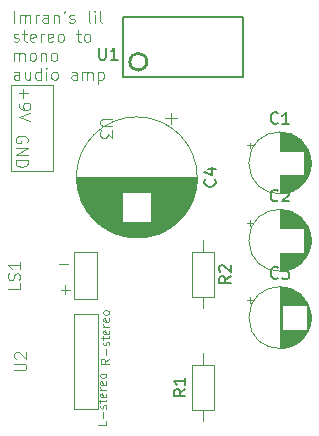
<source format=gbr>
%TF.GenerationSoftware,KiCad,Pcbnew,9.0.6*%
%TF.CreationDate,2025-12-11T22:01:46+06:00*%
%TF.ProjectId,low power audio amp,6c6f7720-706f-4776-9572-20617564696f,rev?*%
%TF.SameCoordinates,Original*%
%TF.FileFunction,Legend,Top*%
%TF.FilePolarity,Positive*%
%FSLAX46Y46*%
G04 Gerber Fmt 4.6, Leading zero omitted, Abs format (unit mm)*
G04 Created by KiCad (PCBNEW 9.0.6) date 2025-12-11 22:01:46*
%MOMM*%
%LPD*%
G01*
G04 APERTURE LIST*
%ADD10C,0.100000*%
%ADD11C,0.087500*%
%ADD12C,0.150000*%
%ADD13C,0.203200*%
%ADD14C,0.254000*%
%ADD15C,0.120000*%
G04 APERTURE END LIST*
D10*
X60120884Y-74167466D02*
X60882789Y-74167466D01*
X60501836Y-74548419D02*
X60501836Y-73786514D01*
X56183884Y-51557587D02*
X56183884Y-50557587D01*
X56660074Y-51557587D02*
X56660074Y-50890920D01*
X56660074Y-50986158D02*
X56707693Y-50938539D01*
X56707693Y-50938539D02*
X56802931Y-50890920D01*
X56802931Y-50890920D02*
X56945788Y-50890920D01*
X56945788Y-50890920D02*
X57041026Y-50938539D01*
X57041026Y-50938539D02*
X57088645Y-51033777D01*
X57088645Y-51033777D02*
X57088645Y-51557587D01*
X57088645Y-51033777D02*
X57136264Y-50938539D01*
X57136264Y-50938539D02*
X57231502Y-50890920D01*
X57231502Y-50890920D02*
X57374359Y-50890920D01*
X57374359Y-50890920D02*
X57469598Y-50938539D01*
X57469598Y-50938539D02*
X57517217Y-51033777D01*
X57517217Y-51033777D02*
X57517217Y-51557587D01*
X57993407Y-51557587D02*
X57993407Y-50890920D01*
X57993407Y-51081396D02*
X58041026Y-50986158D01*
X58041026Y-50986158D02*
X58088645Y-50938539D01*
X58088645Y-50938539D02*
X58183883Y-50890920D01*
X58183883Y-50890920D02*
X58279121Y-50890920D01*
X59041026Y-51557587D02*
X59041026Y-51033777D01*
X59041026Y-51033777D02*
X58993407Y-50938539D01*
X58993407Y-50938539D02*
X58898169Y-50890920D01*
X58898169Y-50890920D02*
X58707693Y-50890920D01*
X58707693Y-50890920D02*
X58612455Y-50938539D01*
X59041026Y-51509968D02*
X58945788Y-51557587D01*
X58945788Y-51557587D02*
X58707693Y-51557587D01*
X58707693Y-51557587D02*
X58612455Y-51509968D01*
X58612455Y-51509968D02*
X58564836Y-51414729D01*
X58564836Y-51414729D02*
X58564836Y-51319491D01*
X58564836Y-51319491D02*
X58612455Y-51224253D01*
X58612455Y-51224253D02*
X58707693Y-51176634D01*
X58707693Y-51176634D02*
X58945788Y-51176634D01*
X58945788Y-51176634D02*
X59041026Y-51129015D01*
X59517217Y-50890920D02*
X59517217Y-51557587D01*
X59517217Y-50986158D02*
X59564836Y-50938539D01*
X59564836Y-50938539D02*
X59660074Y-50890920D01*
X59660074Y-50890920D02*
X59802931Y-50890920D01*
X59802931Y-50890920D02*
X59898169Y-50938539D01*
X59898169Y-50938539D02*
X59945788Y-51033777D01*
X59945788Y-51033777D02*
X59945788Y-51557587D01*
X60469598Y-50557587D02*
X60374360Y-50748063D01*
X60850550Y-51509968D02*
X60945788Y-51557587D01*
X60945788Y-51557587D02*
X61136264Y-51557587D01*
X61136264Y-51557587D02*
X61231502Y-51509968D01*
X61231502Y-51509968D02*
X61279121Y-51414729D01*
X61279121Y-51414729D02*
X61279121Y-51367110D01*
X61279121Y-51367110D02*
X61231502Y-51271872D01*
X61231502Y-51271872D02*
X61136264Y-51224253D01*
X61136264Y-51224253D02*
X60993407Y-51224253D01*
X60993407Y-51224253D02*
X60898169Y-51176634D01*
X60898169Y-51176634D02*
X60850550Y-51081396D01*
X60850550Y-51081396D02*
X60850550Y-51033777D01*
X60850550Y-51033777D02*
X60898169Y-50938539D01*
X60898169Y-50938539D02*
X60993407Y-50890920D01*
X60993407Y-50890920D02*
X61136264Y-50890920D01*
X61136264Y-50890920D02*
X61231502Y-50938539D01*
X62612455Y-51557587D02*
X62517217Y-51509968D01*
X62517217Y-51509968D02*
X62469598Y-51414729D01*
X62469598Y-51414729D02*
X62469598Y-50557587D01*
X62993408Y-51557587D02*
X62993408Y-50890920D01*
X62993408Y-50557587D02*
X62945789Y-50605206D01*
X62945789Y-50605206D02*
X62993408Y-50652825D01*
X62993408Y-50652825D02*
X63041027Y-50605206D01*
X63041027Y-50605206D02*
X62993408Y-50557587D01*
X62993408Y-50557587D02*
X62993408Y-50652825D01*
X63612455Y-51557587D02*
X63517217Y-51509968D01*
X63517217Y-51509968D02*
X63469598Y-51414729D01*
X63469598Y-51414729D02*
X63469598Y-50557587D01*
X56136265Y-53119912D02*
X56231503Y-53167531D01*
X56231503Y-53167531D02*
X56421979Y-53167531D01*
X56421979Y-53167531D02*
X56517217Y-53119912D01*
X56517217Y-53119912D02*
X56564836Y-53024673D01*
X56564836Y-53024673D02*
X56564836Y-52977054D01*
X56564836Y-52977054D02*
X56517217Y-52881816D01*
X56517217Y-52881816D02*
X56421979Y-52834197D01*
X56421979Y-52834197D02*
X56279122Y-52834197D01*
X56279122Y-52834197D02*
X56183884Y-52786578D01*
X56183884Y-52786578D02*
X56136265Y-52691340D01*
X56136265Y-52691340D02*
X56136265Y-52643721D01*
X56136265Y-52643721D02*
X56183884Y-52548483D01*
X56183884Y-52548483D02*
X56279122Y-52500864D01*
X56279122Y-52500864D02*
X56421979Y-52500864D01*
X56421979Y-52500864D02*
X56517217Y-52548483D01*
X56850551Y-52500864D02*
X57231503Y-52500864D01*
X56993408Y-52167531D02*
X56993408Y-53024673D01*
X56993408Y-53024673D02*
X57041027Y-53119912D01*
X57041027Y-53119912D02*
X57136265Y-53167531D01*
X57136265Y-53167531D02*
X57231503Y-53167531D01*
X57945789Y-53119912D02*
X57850551Y-53167531D01*
X57850551Y-53167531D02*
X57660075Y-53167531D01*
X57660075Y-53167531D02*
X57564837Y-53119912D01*
X57564837Y-53119912D02*
X57517218Y-53024673D01*
X57517218Y-53024673D02*
X57517218Y-52643721D01*
X57517218Y-52643721D02*
X57564837Y-52548483D01*
X57564837Y-52548483D02*
X57660075Y-52500864D01*
X57660075Y-52500864D02*
X57850551Y-52500864D01*
X57850551Y-52500864D02*
X57945789Y-52548483D01*
X57945789Y-52548483D02*
X57993408Y-52643721D01*
X57993408Y-52643721D02*
X57993408Y-52738959D01*
X57993408Y-52738959D02*
X57517218Y-52834197D01*
X58421980Y-53167531D02*
X58421980Y-52500864D01*
X58421980Y-52691340D02*
X58469599Y-52596102D01*
X58469599Y-52596102D02*
X58517218Y-52548483D01*
X58517218Y-52548483D02*
X58612456Y-52500864D01*
X58612456Y-52500864D02*
X58707694Y-52500864D01*
X59421980Y-53119912D02*
X59326742Y-53167531D01*
X59326742Y-53167531D02*
X59136266Y-53167531D01*
X59136266Y-53167531D02*
X59041028Y-53119912D01*
X59041028Y-53119912D02*
X58993409Y-53024673D01*
X58993409Y-53024673D02*
X58993409Y-52643721D01*
X58993409Y-52643721D02*
X59041028Y-52548483D01*
X59041028Y-52548483D02*
X59136266Y-52500864D01*
X59136266Y-52500864D02*
X59326742Y-52500864D01*
X59326742Y-52500864D02*
X59421980Y-52548483D01*
X59421980Y-52548483D02*
X59469599Y-52643721D01*
X59469599Y-52643721D02*
X59469599Y-52738959D01*
X59469599Y-52738959D02*
X58993409Y-52834197D01*
X60041028Y-53167531D02*
X59945790Y-53119912D01*
X59945790Y-53119912D02*
X59898171Y-53072292D01*
X59898171Y-53072292D02*
X59850552Y-52977054D01*
X59850552Y-52977054D02*
X59850552Y-52691340D01*
X59850552Y-52691340D02*
X59898171Y-52596102D01*
X59898171Y-52596102D02*
X59945790Y-52548483D01*
X59945790Y-52548483D02*
X60041028Y-52500864D01*
X60041028Y-52500864D02*
X60183885Y-52500864D01*
X60183885Y-52500864D02*
X60279123Y-52548483D01*
X60279123Y-52548483D02*
X60326742Y-52596102D01*
X60326742Y-52596102D02*
X60374361Y-52691340D01*
X60374361Y-52691340D02*
X60374361Y-52977054D01*
X60374361Y-52977054D02*
X60326742Y-53072292D01*
X60326742Y-53072292D02*
X60279123Y-53119912D01*
X60279123Y-53119912D02*
X60183885Y-53167531D01*
X60183885Y-53167531D02*
X60041028Y-53167531D01*
X61421981Y-52500864D02*
X61802933Y-52500864D01*
X61564838Y-52167531D02*
X61564838Y-53024673D01*
X61564838Y-53024673D02*
X61612457Y-53119912D01*
X61612457Y-53119912D02*
X61707695Y-53167531D01*
X61707695Y-53167531D02*
X61802933Y-53167531D01*
X62279124Y-53167531D02*
X62183886Y-53119912D01*
X62183886Y-53119912D02*
X62136267Y-53072292D01*
X62136267Y-53072292D02*
X62088648Y-52977054D01*
X62088648Y-52977054D02*
X62088648Y-52691340D01*
X62088648Y-52691340D02*
X62136267Y-52596102D01*
X62136267Y-52596102D02*
X62183886Y-52548483D01*
X62183886Y-52548483D02*
X62279124Y-52500864D01*
X62279124Y-52500864D02*
X62421981Y-52500864D01*
X62421981Y-52500864D02*
X62517219Y-52548483D01*
X62517219Y-52548483D02*
X62564838Y-52596102D01*
X62564838Y-52596102D02*
X62612457Y-52691340D01*
X62612457Y-52691340D02*
X62612457Y-52977054D01*
X62612457Y-52977054D02*
X62564838Y-53072292D01*
X62564838Y-53072292D02*
X62517219Y-53119912D01*
X62517219Y-53119912D02*
X62421981Y-53167531D01*
X62421981Y-53167531D02*
X62279124Y-53167531D01*
X56183884Y-54777475D02*
X56183884Y-54110808D01*
X56183884Y-54206046D02*
X56231503Y-54158427D01*
X56231503Y-54158427D02*
X56326741Y-54110808D01*
X56326741Y-54110808D02*
X56469598Y-54110808D01*
X56469598Y-54110808D02*
X56564836Y-54158427D01*
X56564836Y-54158427D02*
X56612455Y-54253665D01*
X56612455Y-54253665D02*
X56612455Y-54777475D01*
X56612455Y-54253665D02*
X56660074Y-54158427D01*
X56660074Y-54158427D02*
X56755312Y-54110808D01*
X56755312Y-54110808D02*
X56898169Y-54110808D01*
X56898169Y-54110808D02*
X56993408Y-54158427D01*
X56993408Y-54158427D02*
X57041027Y-54253665D01*
X57041027Y-54253665D02*
X57041027Y-54777475D01*
X57660074Y-54777475D02*
X57564836Y-54729856D01*
X57564836Y-54729856D02*
X57517217Y-54682236D01*
X57517217Y-54682236D02*
X57469598Y-54586998D01*
X57469598Y-54586998D02*
X57469598Y-54301284D01*
X57469598Y-54301284D02*
X57517217Y-54206046D01*
X57517217Y-54206046D02*
X57564836Y-54158427D01*
X57564836Y-54158427D02*
X57660074Y-54110808D01*
X57660074Y-54110808D02*
X57802931Y-54110808D01*
X57802931Y-54110808D02*
X57898169Y-54158427D01*
X57898169Y-54158427D02*
X57945788Y-54206046D01*
X57945788Y-54206046D02*
X57993407Y-54301284D01*
X57993407Y-54301284D02*
X57993407Y-54586998D01*
X57993407Y-54586998D02*
X57945788Y-54682236D01*
X57945788Y-54682236D02*
X57898169Y-54729856D01*
X57898169Y-54729856D02*
X57802931Y-54777475D01*
X57802931Y-54777475D02*
X57660074Y-54777475D01*
X58421979Y-54110808D02*
X58421979Y-54777475D01*
X58421979Y-54206046D02*
X58469598Y-54158427D01*
X58469598Y-54158427D02*
X58564836Y-54110808D01*
X58564836Y-54110808D02*
X58707693Y-54110808D01*
X58707693Y-54110808D02*
X58802931Y-54158427D01*
X58802931Y-54158427D02*
X58850550Y-54253665D01*
X58850550Y-54253665D02*
X58850550Y-54777475D01*
X59469598Y-54777475D02*
X59374360Y-54729856D01*
X59374360Y-54729856D02*
X59326741Y-54682236D01*
X59326741Y-54682236D02*
X59279122Y-54586998D01*
X59279122Y-54586998D02*
X59279122Y-54301284D01*
X59279122Y-54301284D02*
X59326741Y-54206046D01*
X59326741Y-54206046D02*
X59374360Y-54158427D01*
X59374360Y-54158427D02*
X59469598Y-54110808D01*
X59469598Y-54110808D02*
X59612455Y-54110808D01*
X59612455Y-54110808D02*
X59707693Y-54158427D01*
X59707693Y-54158427D02*
X59755312Y-54206046D01*
X59755312Y-54206046D02*
X59802931Y-54301284D01*
X59802931Y-54301284D02*
X59802931Y-54586998D01*
X59802931Y-54586998D02*
X59755312Y-54682236D01*
X59755312Y-54682236D02*
X59707693Y-54729856D01*
X59707693Y-54729856D02*
X59612455Y-54777475D01*
X59612455Y-54777475D02*
X59469598Y-54777475D01*
X56612455Y-56387419D02*
X56612455Y-55863609D01*
X56612455Y-55863609D02*
X56564836Y-55768371D01*
X56564836Y-55768371D02*
X56469598Y-55720752D01*
X56469598Y-55720752D02*
X56279122Y-55720752D01*
X56279122Y-55720752D02*
X56183884Y-55768371D01*
X56612455Y-56339800D02*
X56517217Y-56387419D01*
X56517217Y-56387419D02*
X56279122Y-56387419D01*
X56279122Y-56387419D02*
X56183884Y-56339800D01*
X56183884Y-56339800D02*
X56136265Y-56244561D01*
X56136265Y-56244561D02*
X56136265Y-56149323D01*
X56136265Y-56149323D02*
X56183884Y-56054085D01*
X56183884Y-56054085D02*
X56279122Y-56006466D01*
X56279122Y-56006466D02*
X56517217Y-56006466D01*
X56517217Y-56006466D02*
X56612455Y-55958847D01*
X57517217Y-55720752D02*
X57517217Y-56387419D01*
X57088646Y-55720752D02*
X57088646Y-56244561D01*
X57088646Y-56244561D02*
X57136265Y-56339800D01*
X57136265Y-56339800D02*
X57231503Y-56387419D01*
X57231503Y-56387419D02*
X57374360Y-56387419D01*
X57374360Y-56387419D02*
X57469598Y-56339800D01*
X57469598Y-56339800D02*
X57517217Y-56292180D01*
X58421979Y-56387419D02*
X58421979Y-55387419D01*
X58421979Y-56339800D02*
X58326741Y-56387419D01*
X58326741Y-56387419D02*
X58136265Y-56387419D01*
X58136265Y-56387419D02*
X58041027Y-56339800D01*
X58041027Y-56339800D02*
X57993408Y-56292180D01*
X57993408Y-56292180D02*
X57945789Y-56196942D01*
X57945789Y-56196942D02*
X57945789Y-55911228D01*
X57945789Y-55911228D02*
X57993408Y-55815990D01*
X57993408Y-55815990D02*
X58041027Y-55768371D01*
X58041027Y-55768371D02*
X58136265Y-55720752D01*
X58136265Y-55720752D02*
X58326741Y-55720752D01*
X58326741Y-55720752D02*
X58421979Y-55768371D01*
X58898170Y-56387419D02*
X58898170Y-55720752D01*
X58898170Y-55387419D02*
X58850551Y-55435038D01*
X58850551Y-55435038D02*
X58898170Y-55482657D01*
X58898170Y-55482657D02*
X58945789Y-55435038D01*
X58945789Y-55435038D02*
X58898170Y-55387419D01*
X58898170Y-55387419D02*
X58898170Y-55482657D01*
X59517217Y-56387419D02*
X59421979Y-56339800D01*
X59421979Y-56339800D02*
X59374360Y-56292180D01*
X59374360Y-56292180D02*
X59326741Y-56196942D01*
X59326741Y-56196942D02*
X59326741Y-55911228D01*
X59326741Y-55911228D02*
X59374360Y-55815990D01*
X59374360Y-55815990D02*
X59421979Y-55768371D01*
X59421979Y-55768371D02*
X59517217Y-55720752D01*
X59517217Y-55720752D02*
X59660074Y-55720752D01*
X59660074Y-55720752D02*
X59755312Y-55768371D01*
X59755312Y-55768371D02*
X59802931Y-55815990D01*
X59802931Y-55815990D02*
X59850550Y-55911228D01*
X59850550Y-55911228D02*
X59850550Y-56196942D01*
X59850550Y-56196942D02*
X59802931Y-56292180D01*
X59802931Y-56292180D02*
X59755312Y-56339800D01*
X59755312Y-56339800D02*
X59660074Y-56387419D01*
X59660074Y-56387419D02*
X59517217Y-56387419D01*
X61469598Y-56387419D02*
X61469598Y-55863609D01*
X61469598Y-55863609D02*
X61421979Y-55768371D01*
X61421979Y-55768371D02*
X61326741Y-55720752D01*
X61326741Y-55720752D02*
X61136265Y-55720752D01*
X61136265Y-55720752D02*
X61041027Y-55768371D01*
X61469598Y-56339800D02*
X61374360Y-56387419D01*
X61374360Y-56387419D02*
X61136265Y-56387419D01*
X61136265Y-56387419D02*
X61041027Y-56339800D01*
X61041027Y-56339800D02*
X60993408Y-56244561D01*
X60993408Y-56244561D02*
X60993408Y-56149323D01*
X60993408Y-56149323D02*
X61041027Y-56054085D01*
X61041027Y-56054085D02*
X61136265Y-56006466D01*
X61136265Y-56006466D02*
X61374360Y-56006466D01*
X61374360Y-56006466D02*
X61469598Y-55958847D01*
X61945789Y-56387419D02*
X61945789Y-55720752D01*
X61945789Y-55815990D02*
X61993408Y-55768371D01*
X61993408Y-55768371D02*
X62088646Y-55720752D01*
X62088646Y-55720752D02*
X62231503Y-55720752D01*
X62231503Y-55720752D02*
X62326741Y-55768371D01*
X62326741Y-55768371D02*
X62374360Y-55863609D01*
X62374360Y-55863609D02*
X62374360Y-56387419D01*
X62374360Y-55863609D02*
X62421979Y-55768371D01*
X62421979Y-55768371D02*
X62517217Y-55720752D01*
X62517217Y-55720752D02*
X62660074Y-55720752D01*
X62660074Y-55720752D02*
X62755313Y-55768371D01*
X62755313Y-55768371D02*
X62802932Y-55863609D01*
X62802932Y-55863609D02*
X62802932Y-56387419D01*
X63279122Y-55720752D02*
X63279122Y-56720752D01*
X63279122Y-55768371D02*
X63374360Y-55720752D01*
X63374360Y-55720752D02*
X63564836Y-55720752D01*
X63564836Y-55720752D02*
X63660074Y-55768371D01*
X63660074Y-55768371D02*
X63707693Y-55815990D01*
X63707693Y-55815990D02*
X63755312Y-55911228D01*
X63755312Y-55911228D02*
X63755312Y-56196942D01*
X63755312Y-56196942D02*
X63707693Y-56292180D01*
X63707693Y-56292180D02*
X63660074Y-56339800D01*
X63660074Y-56339800D02*
X63564836Y-56387419D01*
X63564836Y-56387419D02*
X63374360Y-56387419D01*
X63374360Y-56387419D02*
X63279122Y-56339800D01*
X59993884Y-72008466D02*
X60755789Y-72008466D01*
D11*
X64187822Y-80020768D02*
X63854489Y-80254101D01*
X64187822Y-80420768D02*
X63487822Y-80420768D01*
X63487822Y-80420768D02*
X63487822Y-80154101D01*
X63487822Y-80154101D02*
X63521155Y-80087435D01*
X63521155Y-80087435D02*
X63554489Y-80054101D01*
X63554489Y-80054101D02*
X63621155Y-80020768D01*
X63621155Y-80020768D02*
X63721155Y-80020768D01*
X63721155Y-80020768D02*
X63787822Y-80054101D01*
X63787822Y-80054101D02*
X63821155Y-80087435D01*
X63821155Y-80087435D02*
X63854489Y-80154101D01*
X63854489Y-80154101D02*
X63854489Y-80420768D01*
X63921155Y-79720768D02*
X63921155Y-79187435D01*
X64154489Y-78887434D02*
X64187822Y-78820768D01*
X64187822Y-78820768D02*
X64187822Y-78687434D01*
X64187822Y-78687434D02*
X64154489Y-78620768D01*
X64154489Y-78620768D02*
X64087822Y-78587434D01*
X64087822Y-78587434D02*
X64054489Y-78587434D01*
X64054489Y-78587434D02*
X63987822Y-78620768D01*
X63987822Y-78620768D02*
X63954489Y-78687434D01*
X63954489Y-78687434D02*
X63954489Y-78787434D01*
X63954489Y-78787434D02*
X63921155Y-78854101D01*
X63921155Y-78854101D02*
X63854489Y-78887434D01*
X63854489Y-78887434D02*
X63821155Y-78887434D01*
X63821155Y-78887434D02*
X63754489Y-78854101D01*
X63754489Y-78854101D02*
X63721155Y-78787434D01*
X63721155Y-78787434D02*
X63721155Y-78687434D01*
X63721155Y-78687434D02*
X63754489Y-78620768D01*
X63721155Y-78387434D02*
X63721155Y-78120767D01*
X63487822Y-78287434D02*
X64087822Y-78287434D01*
X64087822Y-78287434D02*
X64154489Y-78254101D01*
X64154489Y-78254101D02*
X64187822Y-78187434D01*
X64187822Y-78187434D02*
X64187822Y-78120767D01*
X64154489Y-77620767D02*
X64187822Y-77687434D01*
X64187822Y-77687434D02*
X64187822Y-77820767D01*
X64187822Y-77820767D02*
X64154489Y-77887434D01*
X64154489Y-77887434D02*
X64087822Y-77920767D01*
X64087822Y-77920767D02*
X63821155Y-77920767D01*
X63821155Y-77920767D02*
X63754489Y-77887434D01*
X63754489Y-77887434D02*
X63721155Y-77820767D01*
X63721155Y-77820767D02*
X63721155Y-77687434D01*
X63721155Y-77687434D02*
X63754489Y-77620767D01*
X63754489Y-77620767D02*
X63821155Y-77587434D01*
X63821155Y-77587434D02*
X63887822Y-77587434D01*
X63887822Y-77587434D02*
X63954489Y-77920767D01*
X64187822Y-77287434D02*
X63721155Y-77287434D01*
X63854489Y-77287434D02*
X63787822Y-77254101D01*
X63787822Y-77254101D02*
X63754489Y-77220767D01*
X63754489Y-77220767D02*
X63721155Y-77154101D01*
X63721155Y-77154101D02*
X63721155Y-77087434D01*
X64154489Y-76587434D02*
X64187822Y-76654101D01*
X64187822Y-76654101D02*
X64187822Y-76787434D01*
X64187822Y-76787434D02*
X64154489Y-76854101D01*
X64154489Y-76854101D02*
X64087822Y-76887434D01*
X64087822Y-76887434D02*
X63821155Y-76887434D01*
X63821155Y-76887434D02*
X63754489Y-76854101D01*
X63754489Y-76854101D02*
X63721155Y-76787434D01*
X63721155Y-76787434D02*
X63721155Y-76654101D01*
X63721155Y-76654101D02*
X63754489Y-76587434D01*
X63754489Y-76587434D02*
X63821155Y-76554101D01*
X63821155Y-76554101D02*
X63887822Y-76554101D01*
X63887822Y-76554101D02*
X63954489Y-76887434D01*
X64187822Y-76154101D02*
X64154489Y-76220768D01*
X64154489Y-76220768D02*
X64121155Y-76254101D01*
X64121155Y-76254101D02*
X64054489Y-76287434D01*
X64054489Y-76287434D02*
X63854489Y-76287434D01*
X63854489Y-76287434D02*
X63787822Y-76254101D01*
X63787822Y-76254101D02*
X63754489Y-76220768D01*
X63754489Y-76220768D02*
X63721155Y-76154101D01*
X63721155Y-76154101D02*
X63721155Y-76054101D01*
X63721155Y-76054101D02*
X63754489Y-75987434D01*
X63754489Y-75987434D02*
X63787822Y-75954101D01*
X63787822Y-75954101D02*
X63854489Y-75920768D01*
X63854489Y-75920768D02*
X64054489Y-75920768D01*
X64054489Y-75920768D02*
X64121155Y-75954101D01*
X64121155Y-75954101D02*
X64154489Y-75987434D01*
X64154489Y-75987434D02*
X64187822Y-76054101D01*
X64187822Y-76054101D02*
X64187822Y-76154101D01*
X63933822Y-85294435D02*
X63933822Y-85627768D01*
X63933822Y-85627768D02*
X63233822Y-85627768D01*
X63667155Y-85061101D02*
X63667155Y-84527768D01*
X63900489Y-84227767D02*
X63933822Y-84161101D01*
X63933822Y-84161101D02*
X63933822Y-84027767D01*
X63933822Y-84027767D02*
X63900489Y-83961101D01*
X63900489Y-83961101D02*
X63833822Y-83927767D01*
X63833822Y-83927767D02*
X63800489Y-83927767D01*
X63800489Y-83927767D02*
X63733822Y-83961101D01*
X63733822Y-83961101D02*
X63700489Y-84027767D01*
X63700489Y-84027767D02*
X63700489Y-84127767D01*
X63700489Y-84127767D02*
X63667155Y-84194434D01*
X63667155Y-84194434D02*
X63600489Y-84227767D01*
X63600489Y-84227767D02*
X63567155Y-84227767D01*
X63567155Y-84227767D02*
X63500489Y-84194434D01*
X63500489Y-84194434D02*
X63467155Y-84127767D01*
X63467155Y-84127767D02*
X63467155Y-84027767D01*
X63467155Y-84027767D02*
X63500489Y-83961101D01*
X63467155Y-83727767D02*
X63467155Y-83461100D01*
X63233822Y-83627767D02*
X63833822Y-83627767D01*
X63833822Y-83627767D02*
X63900489Y-83594434D01*
X63900489Y-83594434D02*
X63933822Y-83527767D01*
X63933822Y-83527767D02*
X63933822Y-83461100D01*
X63900489Y-82961100D02*
X63933822Y-83027767D01*
X63933822Y-83027767D02*
X63933822Y-83161100D01*
X63933822Y-83161100D02*
X63900489Y-83227767D01*
X63900489Y-83227767D02*
X63833822Y-83261100D01*
X63833822Y-83261100D02*
X63567155Y-83261100D01*
X63567155Y-83261100D02*
X63500489Y-83227767D01*
X63500489Y-83227767D02*
X63467155Y-83161100D01*
X63467155Y-83161100D02*
X63467155Y-83027767D01*
X63467155Y-83027767D02*
X63500489Y-82961100D01*
X63500489Y-82961100D02*
X63567155Y-82927767D01*
X63567155Y-82927767D02*
X63633822Y-82927767D01*
X63633822Y-82927767D02*
X63700489Y-83261100D01*
X63933822Y-82627767D02*
X63467155Y-82627767D01*
X63600489Y-82627767D02*
X63533822Y-82594434D01*
X63533822Y-82594434D02*
X63500489Y-82561100D01*
X63500489Y-82561100D02*
X63467155Y-82494434D01*
X63467155Y-82494434D02*
X63467155Y-82427767D01*
X63900489Y-81927767D02*
X63933822Y-81994434D01*
X63933822Y-81994434D02*
X63933822Y-82127767D01*
X63933822Y-82127767D02*
X63900489Y-82194434D01*
X63900489Y-82194434D02*
X63833822Y-82227767D01*
X63833822Y-82227767D02*
X63567155Y-82227767D01*
X63567155Y-82227767D02*
X63500489Y-82194434D01*
X63500489Y-82194434D02*
X63467155Y-82127767D01*
X63467155Y-82127767D02*
X63467155Y-81994434D01*
X63467155Y-81994434D02*
X63500489Y-81927767D01*
X63500489Y-81927767D02*
X63567155Y-81894434D01*
X63567155Y-81894434D02*
X63633822Y-81894434D01*
X63633822Y-81894434D02*
X63700489Y-82227767D01*
X63933822Y-81494434D02*
X63900489Y-81561101D01*
X63900489Y-81561101D02*
X63867155Y-81594434D01*
X63867155Y-81594434D02*
X63800489Y-81627767D01*
X63800489Y-81627767D02*
X63600489Y-81627767D01*
X63600489Y-81627767D02*
X63533822Y-81594434D01*
X63533822Y-81594434D02*
X63500489Y-81561101D01*
X63500489Y-81561101D02*
X63467155Y-81494434D01*
X63467155Y-81494434D02*
X63467155Y-81394434D01*
X63467155Y-81394434D02*
X63500489Y-81327767D01*
X63500489Y-81327767D02*
X63533822Y-81294434D01*
X63533822Y-81294434D02*
X63600489Y-81261101D01*
X63600489Y-81261101D02*
X63800489Y-81261101D01*
X63800489Y-81261101D02*
X63867155Y-81294434D01*
X63867155Y-81294434D02*
X63900489Y-81327767D01*
X63900489Y-81327767D02*
X63933822Y-81394434D01*
X63933822Y-81394434D02*
X63933822Y-81494434D01*
D10*
X64462580Y-59720095D02*
X63653057Y-59720095D01*
X63653057Y-59720095D02*
X63557819Y-59767714D01*
X63557819Y-59767714D02*
X63510200Y-59815333D01*
X63510200Y-59815333D02*
X63462580Y-59910571D01*
X63462580Y-59910571D02*
X63462580Y-60101047D01*
X63462580Y-60101047D02*
X63510200Y-60196285D01*
X63510200Y-60196285D02*
X63557819Y-60243904D01*
X63557819Y-60243904D02*
X63653057Y-60291523D01*
X63653057Y-60291523D02*
X64462580Y-60291523D01*
X64462580Y-60672476D02*
X64462580Y-61291523D01*
X64462580Y-61291523D02*
X64081628Y-60958190D01*
X64081628Y-60958190D02*
X64081628Y-61101047D01*
X64081628Y-61101047D02*
X64034009Y-61196285D01*
X64034009Y-61196285D02*
X63986390Y-61243904D01*
X63986390Y-61243904D02*
X63891152Y-61291523D01*
X63891152Y-61291523D02*
X63653057Y-61291523D01*
X63653057Y-61291523D02*
X63557819Y-61243904D01*
X63557819Y-61243904D02*
X63510200Y-61196285D01*
X63510200Y-61196285D02*
X63462580Y-61101047D01*
X63462580Y-61101047D02*
X63462580Y-60815333D01*
X63462580Y-60815333D02*
X63510200Y-60720095D01*
X63510200Y-60720095D02*
X63557819Y-60672476D01*
X57249961Y-61684693D02*
X57297580Y-61589455D01*
X57297580Y-61589455D02*
X57297580Y-61446598D01*
X57297580Y-61446598D02*
X57249961Y-61303741D01*
X57249961Y-61303741D02*
X57154723Y-61208503D01*
X57154723Y-61208503D02*
X57059485Y-61160884D01*
X57059485Y-61160884D02*
X56869009Y-61113265D01*
X56869009Y-61113265D02*
X56726152Y-61113265D01*
X56726152Y-61113265D02*
X56535676Y-61160884D01*
X56535676Y-61160884D02*
X56440438Y-61208503D01*
X56440438Y-61208503D02*
X56345200Y-61303741D01*
X56345200Y-61303741D02*
X56297580Y-61446598D01*
X56297580Y-61446598D02*
X56297580Y-61541836D01*
X56297580Y-61541836D02*
X56345200Y-61684693D01*
X56345200Y-61684693D02*
X56392819Y-61732312D01*
X56392819Y-61732312D02*
X56726152Y-61732312D01*
X56726152Y-61732312D02*
X56726152Y-61541836D01*
X56297580Y-62160884D02*
X57297580Y-62160884D01*
X57297580Y-62160884D02*
X56297580Y-62732312D01*
X56297580Y-62732312D02*
X57297580Y-62732312D01*
X56297580Y-63208503D02*
X57297580Y-63208503D01*
X57297580Y-63208503D02*
X57297580Y-63446598D01*
X57297580Y-63446598D02*
X57249961Y-63589455D01*
X57249961Y-63589455D02*
X57154723Y-63684693D01*
X57154723Y-63684693D02*
X57059485Y-63732312D01*
X57059485Y-63732312D02*
X56869009Y-63779931D01*
X56869009Y-63779931D02*
X56726152Y-63779931D01*
X56726152Y-63779931D02*
X56535676Y-63732312D01*
X56535676Y-63732312D02*
X56440438Y-63684693D01*
X56440438Y-63684693D02*
X56345200Y-63589455D01*
X56345200Y-63589455D02*
X56297580Y-63446598D01*
X56297580Y-63446598D02*
X56297580Y-63208503D01*
X56928533Y-57160884D02*
X56928533Y-57922789D01*
X56547580Y-57541836D02*
X57309485Y-57541836D01*
X56547580Y-58446598D02*
X56547580Y-58637074D01*
X56547580Y-58637074D02*
X56595200Y-58732312D01*
X56595200Y-58732312D02*
X56642819Y-58779931D01*
X56642819Y-58779931D02*
X56785676Y-58875169D01*
X56785676Y-58875169D02*
X56976152Y-58922788D01*
X56976152Y-58922788D02*
X57357104Y-58922788D01*
X57357104Y-58922788D02*
X57452342Y-58875169D01*
X57452342Y-58875169D02*
X57499961Y-58827550D01*
X57499961Y-58827550D02*
X57547580Y-58732312D01*
X57547580Y-58732312D02*
X57547580Y-58541836D01*
X57547580Y-58541836D02*
X57499961Y-58446598D01*
X57499961Y-58446598D02*
X57452342Y-58398979D01*
X57452342Y-58398979D02*
X57357104Y-58351360D01*
X57357104Y-58351360D02*
X57119009Y-58351360D01*
X57119009Y-58351360D02*
X57023771Y-58398979D01*
X57023771Y-58398979D02*
X56976152Y-58446598D01*
X56976152Y-58446598D02*
X56928533Y-58541836D01*
X56928533Y-58541836D02*
X56928533Y-58732312D01*
X56928533Y-58732312D02*
X56976152Y-58827550D01*
X56976152Y-58827550D02*
X57023771Y-58875169D01*
X57023771Y-58875169D02*
X57119009Y-58922788D01*
X57547580Y-59208503D02*
X56547580Y-59541836D01*
X56547580Y-59541836D02*
X57547580Y-59875169D01*
D12*
X63362689Y-53683951D02*
X63362689Y-54494661D01*
X63362689Y-54494661D02*
X63410377Y-54590039D01*
X63410377Y-54590039D02*
X63458066Y-54637728D01*
X63458066Y-54637728D02*
X63553444Y-54685416D01*
X63553444Y-54685416D02*
X63744199Y-54685416D01*
X63744199Y-54685416D02*
X63839577Y-54637728D01*
X63839577Y-54637728D02*
X63887265Y-54590039D01*
X63887265Y-54590039D02*
X63934954Y-54494661D01*
X63934954Y-54494661D02*
X63934954Y-53683951D01*
X64936419Y-54685416D02*
X64364154Y-54685416D01*
X64650287Y-54685416D02*
X64650287Y-53683951D01*
X64650287Y-53683951D02*
X64554909Y-53827018D01*
X64554909Y-53827018D02*
X64459531Y-53922395D01*
X64459531Y-53922395D02*
X64364154Y-53970084D01*
X78491221Y-73136580D02*
X78443602Y-73184200D01*
X78443602Y-73184200D02*
X78300745Y-73231819D01*
X78300745Y-73231819D02*
X78205507Y-73231819D01*
X78205507Y-73231819D02*
X78062650Y-73184200D01*
X78062650Y-73184200D02*
X77967412Y-73088961D01*
X77967412Y-73088961D02*
X77919793Y-72993723D01*
X77919793Y-72993723D02*
X77872174Y-72803247D01*
X77872174Y-72803247D02*
X77872174Y-72660390D01*
X77872174Y-72660390D02*
X77919793Y-72469914D01*
X77919793Y-72469914D02*
X77967412Y-72374676D01*
X77967412Y-72374676D02*
X78062650Y-72279438D01*
X78062650Y-72279438D02*
X78205507Y-72231819D01*
X78205507Y-72231819D02*
X78300745Y-72231819D01*
X78300745Y-72231819D02*
X78443602Y-72279438D01*
X78443602Y-72279438D02*
X78491221Y-72327057D01*
X78824555Y-72231819D02*
X79443602Y-72231819D01*
X79443602Y-72231819D02*
X79110269Y-72612771D01*
X79110269Y-72612771D02*
X79253126Y-72612771D01*
X79253126Y-72612771D02*
X79348364Y-72660390D01*
X79348364Y-72660390D02*
X79395983Y-72708009D01*
X79395983Y-72708009D02*
X79443602Y-72803247D01*
X79443602Y-72803247D02*
X79443602Y-73041342D01*
X79443602Y-73041342D02*
X79395983Y-73136580D01*
X79395983Y-73136580D02*
X79348364Y-73184200D01*
X79348364Y-73184200D02*
X79253126Y-73231819D01*
X79253126Y-73231819D02*
X78967412Y-73231819D01*
X78967412Y-73231819D02*
X78872174Y-73184200D01*
X78872174Y-73184200D02*
X78824555Y-73136580D01*
D10*
X56187419Y-80993904D02*
X56996942Y-80993904D01*
X56996942Y-80993904D02*
X57092180Y-80946285D01*
X57092180Y-80946285D02*
X57139800Y-80898666D01*
X57139800Y-80898666D02*
X57187419Y-80803428D01*
X57187419Y-80803428D02*
X57187419Y-80612952D01*
X57187419Y-80612952D02*
X57139800Y-80517714D01*
X57139800Y-80517714D02*
X57092180Y-80470095D01*
X57092180Y-80470095D02*
X56996942Y-80422476D01*
X56996942Y-80422476D02*
X56187419Y-80422476D01*
X56282657Y-79993904D02*
X56235038Y-79946285D01*
X56235038Y-79946285D02*
X56187419Y-79851047D01*
X56187419Y-79851047D02*
X56187419Y-79612952D01*
X56187419Y-79612952D02*
X56235038Y-79517714D01*
X56235038Y-79517714D02*
X56282657Y-79470095D01*
X56282657Y-79470095D02*
X56377895Y-79422476D01*
X56377895Y-79422476D02*
X56473133Y-79422476D01*
X56473133Y-79422476D02*
X56615990Y-79470095D01*
X56615990Y-79470095D02*
X57187419Y-80041523D01*
X57187419Y-80041523D02*
X57187419Y-79422476D01*
D12*
X78491221Y-66586580D02*
X78443602Y-66634200D01*
X78443602Y-66634200D02*
X78300745Y-66681819D01*
X78300745Y-66681819D02*
X78205507Y-66681819D01*
X78205507Y-66681819D02*
X78062650Y-66634200D01*
X78062650Y-66634200D02*
X77967412Y-66538961D01*
X77967412Y-66538961D02*
X77919793Y-66443723D01*
X77919793Y-66443723D02*
X77872174Y-66253247D01*
X77872174Y-66253247D02*
X77872174Y-66110390D01*
X77872174Y-66110390D02*
X77919793Y-65919914D01*
X77919793Y-65919914D02*
X77967412Y-65824676D01*
X77967412Y-65824676D02*
X78062650Y-65729438D01*
X78062650Y-65729438D02*
X78205507Y-65681819D01*
X78205507Y-65681819D02*
X78300745Y-65681819D01*
X78300745Y-65681819D02*
X78443602Y-65729438D01*
X78443602Y-65729438D02*
X78491221Y-65777057D01*
X78872174Y-65777057D02*
X78919793Y-65729438D01*
X78919793Y-65729438D02*
X79015031Y-65681819D01*
X79015031Y-65681819D02*
X79253126Y-65681819D01*
X79253126Y-65681819D02*
X79348364Y-65729438D01*
X79348364Y-65729438D02*
X79395983Y-65777057D01*
X79395983Y-65777057D02*
X79443602Y-65872295D01*
X79443602Y-65872295D02*
X79443602Y-65967533D01*
X79443602Y-65967533D02*
X79395983Y-66110390D01*
X79395983Y-66110390D02*
X78824555Y-66681819D01*
X78824555Y-66681819D02*
X79443602Y-66681819D01*
X73157580Y-64814989D02*
X73205200Y-64862608D01*
X73205200Y-64862608D02*
X73252819Y-65005465D01*
X73252819Y-65005465D02*
X73252819Y-65100703D01*
X73252819Y-65100703D02*
X73205200Y-65243560D01*
X73205200Y-65243560D02*
X73109961Y-65338798D01*
X73109961Y-65338798D02*
X73014723Y-65386417D01*
X73014723Y-65386417D02*
X72824247Y-65434036D01*
X72824247Y-65434036D02*
X72681390Y-65434036D01*
X72681390Y-65434036D02*
X72490914Y-65386417D01*
X72490914Y-65386417D02*
X72395676Y-65338798D01*
X72395676Y-65338798D02*
X72300438Y-65243560D01*
X72300438Y-65243560D02*
X72252819Y-65100703D01*
X72252819Y-65100703D02*
X72252819Y-65005465D01*
X72252819Y-65005465D02*
X72300438Y-64862608D01*
X72300438Y-64862608D02*
X72348057Y-64814989D01*
X72586152Y-63957846D02*
X73252819Y-63957846D01*
X72205200Y-64195941D02*
X72919485Y-64434036D01*
X72919485Y-64434036D02*
X72919485Y-63814989D01*
D10*
X56660419Y-73635857D02*
X56660419Y-74112047D01*
X56660419Y-74112047D02*
X55660419Y-74112047D01*
X56612800Y-73350142D02*
X56660419Y-73207285D01*
X56660419Y-73207285D02*
X56660419Y-72969190D01*
X56660419Y-72969190D02*
X56612800Y-72873952D01*
X56612800Y-72873952D02*
X56565180Y-72826333D01*
X56565180Y-72826333D02*
X56469942Y-72778714D01*
X56469942Y-72778714D02*
X56374704Y-72778714D01*
X56374704Y-72778714D02*
X56279466Y-72826333D01*
X56279466Y-72826333D02*
X56231847Y-72873952D01*
X56231847Y-72873952D02*
X56184228Y-72969190D01*
X56184228Y-72969190D02*
X56136609Y-73159666D01*
X56136609Y-73159666D02*
X56088990Y-73254904D01*
X56088990Y-73254904D02*
X56041371Y-73302523D01*
X56041371Y-73302523D02*
X55946133Y-73350142D01*
X55946133Y-73350142D02*
X55850895Y-73350142D01*
X55850895Y-73350142D02*
X55755657Y-73302523D01*
X55755657Y-73302523D02*
X55708038Y-73254904D01*
X55708038Y-73254904D02*
X55660419Y-73159666D01*
X55660419Y-73159666D02*
X55660419Y-72921571D01*
X55660419Y-72921571D02*
X55708038Y-72778714D01*
X56660419Y-71826333D02*
X56660419Y-72397761D01*
X56660419Y-72112047D02*
X55660419Y-72112047D01*
X55660419Y-72112047D02*
X55803276Y-72207285D01*
X55803276Y-72207285D02*
X55898514Y-72302523D01*
X55898514Y-72302523D02*
X55946133Y-72397761D01*
D12*
X74510819Y-73032666D02*
X74034628Y-73365999D01*
X74510819Y-73604094D02*
X73510819Y-73604094D01*
X73510819Y-73604094D02*
X73510819Y-73223142D01*
X73510819Y-73223142D02*
X73558438Y-73127904D01*
X73558438Y-73127904D02*
X73606057Y-73080285D01*
X73606057Y-73080285D02*
X73701295Y-73032666D01*
X73701295Y-73032666D02*
X73844152Y-73032666D01*
X73844152Y-73032666D02*
X73939390Y-73080285D01*
X73939390Y-73080285D02*
X73987009Y-73127904D01*
X73987009Y-73127904D02*
X74034628Y-73223142D01*
X74034628Y-73223142D02*
X74034628Y-73604094D01*
X73606057Y-72651713D02*
X73558438Y-72604094D01*
X73558438Y-72604094D02*
X73510819Y-72508856D01*
X73510819Y-72508856D02*
X73510819Y-72270761D01*
X73510819Y-72270761D02*
X73558438Y-72175523D01*
X73558438Y-72175523D02*
X73606057Y-72127904D01*
X73606057Y-72127904D02*
X73701295Y-72080285D01*
X73701295Y-72080285D02*
X73796533Y-72080285D01*
X73796533Y-72080285D02*
X73939390Y-72127904D01*
X73939390Y-72127904D02*
X74510819Y-72699332D01*
X74510819Y-72699332D02*
X74510819Y-72080285D01*
X70670819Y-82589666D02*
X70194628Y-82922999D01*
X70670819Y-83161094D02*
X69670819Y-83161094D01*
X69670819Y-83161094D02*
X69670819Y-82780142D01*
X69670819Y-82780142D02*
X69718438Y-82684904D01*
X69718438Y-82684904D02*
X69766057Y-82637285D01*
X69766057Y-82637285D02*
X69861295Y-82589666D01*
X69861295Y-82589666D02*
X70004152Y-82589666D01*
X70004152Y-82589666D02*
X70099390Y-82637285D01*
X70099390Y-82637285D02*
X70147009Y-82684904D01*
X70147009Y-82684904D02*
X70194628Y-82780142D01*
X70194628Y-82780142D02*
X70194628Y-83161094D01*
X70670819Y-81637285D02*
X70670819Y-82208713D01*
X70670819Y-81922999D02*
X69670819Y-81922999D01*
X69670819Y-81922999D02*
X69813676Y-82018237D01*
X69813676Y-82018237D02*
X69908914Y-82113475D01*
X69908914Y-82113475D02*
X69956533Y-82208713D01*
X78491221Y-60036580D02*
X78443602Y-60084200D01*
X78443602Y-60084200D02*
X78300745Y-60131819D01*
X78300745Y-60131819D02*
X78205507Y-60131819D01*
X78205507Y-60131819D02*
X78062650Y-60084200D01*
X78062650Y-60084200D02*
X77967412Y-59988961D01*
X77967412Y-59988961D02*
X77919793Y-59893723D01*
X77919793Y-59893723D02*
X77872174Y-59703247D01*
X77872174Y-59703247D02*
X77872174Y-59560390D01*
X77872174Y-59560390D02*
X77919793Y-59369914D01*
X77919793Y-59369914D02*
X77967412Y-59274676D01*
X77967412Y-59274676D02*
X78062650Y-59179438D01*
X78062650Y-59179438D02*
X78205507Y-59131819D01*
X78205507Y-59131819D02*
X78300745Y-59131819D01*
X78300745Y-59131819D02*
X78443602Y-59179438D01*
X78443602Y-59179438D02*
X78491221Y-59227057D01*
X79443602Y-60131819D02*
X78872174Y-60131819D01*
X79157888Y-60131819D02*
X79157888Y-59131819D01*
X79157888Y-59131819D02*
X79062650Y-59274676D01*
X79062650Y-59274676D02*
X78967412Y-59369914D01*
X78967412Y-59369914D02*
X78872174Y-59417533D01*
%TO.C,U3*%
D10*
X59420000Y-56857000D02*
X55920000Y-56857000D01*
X55920000Y-64107000D01*
X59420000Y-64107000D01*
X59420000Y-56857000D01*
D13*
%TO.C,U1*%
X65405000Y-51054000D02*
X65405000Y-55118000D01*
X65405000Y-51054000D02*
X75565000Y-51054000D01*
X65405000Y-55118000D02*
X65405000Y-54610000D01*
X65405000Y-56134000D02*
X65405000Y-55118000D01*
X65405000Y-56134000D02*
X75565000Y-56134000D01*
X75565000Y-51054000D02*
X75565000Y-56134000D01*
D14*
X67393400Y-54864000D02*
G75*
G02*
X65956600Y-54864000I-718400J0D01*
G01*
X65956600Y-54864000D02*
G75*
G02*
X67393400Y-54864000I718400J0D01*
G01*
D15*
%TO.C,C3*%
X75853113Y-75052000D02*
X76353113Y-75052000D01*
X76103113Y-74802000D02*
X76103113Y-75302000D01*
X78657888Y-73947000D02*
X78657888Y-79107000D01*
X78697888Y-73947000D02*
X78697888Y-79107000D01*
X78737888Y-73948000D02*
X78737888Y-79106000D01*
X78777888Y-73950000D02*
X78777888Y-79104000D01*
X78817888Y-73952000D02*
X78817888Y-79102000D01*
X78857888Y-73955000D02*
X78857888Y-79099000D01*
X78897888Y-73958000D02*
X78897888Y-75487000D01*
X78897888Y-77567000D02*
X78897888Y-79096000D01*
X78937888Y-73962000D02*
X78937888Y-75487000D01*
X78937888Y-77567000D02*
X78937888Y-79092000D01*
X78977888Y-73967000D02*
X78977888Y-75487000D01*
X78977888Y-77567000D02*
X78977888Y-79087000D01*
X79017888Y-73972000D02*
X79017888Y-75487000D01*
X79017888Y-77567000D02*
X79017888Y-79082000D01*
X79057888Y-73978000D02*
X79057888Y-75487000D01*
X79057888Y-77567000D02*
X79057888Y-79076000D01*
X79097888Y-73984000D02*
X79097888Y-75487000D01*
X79097888Y-77567000D02*
X79097888Y-79070000D01*
X79137888Y-73991000D02*
X79137888Y-75487000D01*
X79137888Y-77567000D02*
X79137888Y-79063000D01*
X79177888Y-73999000D02*
X79177888Y-75487000D01*
X79177888Y-77567000D02*
X79177888Y-79055000D01*
X79217888Y-74008000D02*
X79217888Y-75487000D01*
X79217888Y-77567000D02*
X79217888Y-79046000D01*
X79257888Y-74017000D02*
X79257888Y-75487000D01*
X79257888Y-77567000D02*
X79257888Y-79037000D01*
X79297888Y-74026000D02*
X79297888Y-75487000D01*
X79297888Y-77567000D02*
X79297888Y-79028000D01*
X79337888Y-74037000D02*
X79337888Y-75487000D01*
X79337888Y-77567000D02*
X79337888Y-79017000D01*
X79377888Y-74048000D02*
X79377888Y-75487000D01*
X79377888Y-77567000D02*
X79377888Y-79006000D01*
X79417888Y-74060000D02*
X79417888Y-75487000D01*
X79417888Y-77567000D02*
X79417888Y-78994000D01*
X79457888Y-74072000D02*
X79457888Y-75487000D01*
X79457888Y-77567000D02*
X79457888Y-78982000D01*
X79497888Y-74085000D02*
X79497888Y-75487000D01*
X79497888Y-77567000D02*
X79497888Y-78969000D01*
X79537888Y-74099000D02*
X79537888Y-75487000D01*
X79537888Y-77567000D02*
X79537888Y-78955000D01*
X79577888Y-74114000D02*
X79577888Y-75487000D01*
X79577888Y-77567000D02*
X79577888Y-78940000D01*
X79617888Y-74129000D02*
X79617888Y-75487000D01*
X79617888Y-77567000D02*
X79617888Y-78925000D01*
X79657888Y-74145000D02*
X79657888Y-75487000D01*
X79657888Y-77567000D02*
X79657888Y-78909000D01*
X79697888Y-74162000D02*
X79697888Y-75487000D01*
X79697888Y-77567000D02*
X79697888Y-78892000D01*
X79737888Y-74180000D02*
X79737888Y-75487000D01*
X79737888Y-77567000D02*
X79737888Y-78874000D01*
X79777888Y-74198000D02*
X79777888Y-75487000D01*
X79777888Y-77567000D02*
X79777888Y-78856000D01*
X79817888Y-74218000D02*
X79817888Y-75487000D01*
X79817888Y-77567000D02*
X79817888Y-78836000D01*
X79857888Y-74238000D02*
X79857888Y-75487000D01*
X79857888Y-77567000D02*
X79857888Y-78816000D01*
X79897888Y-74259000D02*
X79897888Y-75487000D01*
X79897888Y-77567000D02*
X79897888Y-78795000D01*
X79937888Y-74281000D02*
X79937888Y-75487000D01*
X79937888Y-77567000D02*
X79937888Y-78773000D01*
X79977888Y-74304000D02*
X79977888Y-75487000D01*
X79977888Y-77567000D02*
X79977888Y-78750000D01*
X80017888Y-74328000D02*
X80017888Y-75487000D01*
X80017888Y-77567000D02*
X80017888Y-78726000D01*
X80057888Y-74352000D02*
X80057888Y-75487000D01*
X80057888Y-77567000D02*
X80057888Y-78702000D01*
X80097888Y-74378000D02*
X80097888Y-75487000D01*
X80097888Y-77567000D02*
X80097888Y-78676000D01*
X80137888Y-74405000D02*
X80137888Y-75487000D01*
X80137888Y-77567000D02*
X80137888Y-78649000D01*
X80177888Y-74433000D02*
X80177888Y-75487000D01*
X80177888Y-77567000D02*
X80177888Y-78621000D01*
X80217888Y-74462000D02*
X80217888Y-75487000D01*
X80217888Y-77567000D02*
X80217888Y-78592000D01*
X80257888Y-74492000D02*
X80257888Y-75487000D01*
X80257888Y-77567000D02*
X80257888Y-78562000D01*
X80297888Y-74524000D02*
X80297888Y-75487000D01*
X80297888Y-77567000D02*
X80297888Y-78530000D01*
X80337888Y-74557000D02*
X80337888Y-75487000D01*
X80337888Y-77567000D02*
X80337888Y-78497000D01*
X80377888Y-74591000D02*
X80377888Y-75487000D01*
X80377888Y-77567000D02*
X80377888Y-78463000D01*
X80417888Y-74626000D02*
X80417888Y-75487000D01*
X80417888Y-77567000D02*
X80417888Y-78428000D01*
X80457888Y-74663000D02*
X80457888Y-75487000D01*
X80457888Y-77567000D02*
X80457888Y-78391000D01*
X80497888Y-74702000D02*
X80497888Y-75487000D01*
X80497888Y-77567000D02*
X80497888Y-78352000D01*
X80537888Y-74742000D02*
X80537888Y-75487000D01*
X80537888Y-77567000D02*
X80537888Y-78312000D01*
X80577888Y-74784000D02*
X80577888Y-75487000D01*
X80577888Y-77567000D02*
X80577888Y-78270000D01*
X80617888Y-74828000D02*
X80617888Y-75487000D01*
X80617888Y-77567000D02*
X80617888Y-78226000D01*
X80657888Y-74875000D02*
X80657888Y-75487000D01*
X80657888Y-77567000D02*
X80657888Y-78179000D01*
X80697888Y-74923000D02*
X80697888Y-75487000D01*
X80697888Y-77567000D02*
X80697888Y-78131000D01*
X80737888Y-74974000D02*
X80737888Y-75487000D01*
X80737888Y-77567000D02*
X80737888Y-78080000D01*
X80777888Y-75028000D02*
X80777888Y-75487000D01*
X80777888Y-77567000D02*
X80777888Y-78026000D01*
X80817888Y-75084000D02*
X80817888Y-75487000D01*
X80817888Y-77567000D02*
X80817888Y-77970000D01*
X80857888Y-75144000D02*
X80857888Y-75487000D01*
X80857888Y-77567000D02*
X80857888Y-77910000D01*
X80897888Y-75208000D02*
X80897888Y-75487000D01*
X80897888Y-77567000D02*
X80897888Y-77846000D01*
X80937888Y-75276000D02*
X80937888Y-75487000D01*
X80937888Y-77567000D02*
X80937888Y-77778000D01*
X80977888Y-75350000D02*
X80977888Y-77704000D01*
X81017888Y-75429000D02*
X81017888Y-77625000D01*
X81057888Y-75516000D02*
X81057888Y-77538000D01*
X81097888Y-75613000D02*
X81097888Y-77441000D01*
X81137888Y-75722000D02*
X81137888Y-77332000D01*
X81177888Y-75850000D02*
X81177888Y-77204000D01*
X81217888Y-76010000D02*
X81217888Y-77044000D01*
X81257888Y-76244000D02*
X81257888Y-76810000D01*
X81277888Y-76527000D02*
G75*
G02*
X76037888Y-76527000I-2620000J0D01*
G01*
X76037888Y-76527000D02*
G75*
G02*
X81277888Y-76527000I2620000J0D01*
G01*
%TO.C,U2*%
D10*
X61230000Y-84232000D02*
X63230000Y-84232000D01*
X63230000Y-76232000D01*
X61230000Y-76232000D01*
X61230000Y-84232000D01*
D15*
%TO.C,C2*%
X75853113Y-68502000D02*
X76353113Y-68502000D01*
X76103113Y-68252000D02*
X76103113Y-68752000D01*
X78657888Y-67397000D02*
X78657888Y-68937000D01*
X78657888Y-71017000D02*
X78657888Y-72557000D01*
X78697888Y-67397000D02*
X78697888Y-68937000D01*
X78697888Y-71017000D02*
X78697888Y-72557000D01*
X78737888Y-67398000D02*
X78737888Y-68937000D01*
X78737888Y-71017000D02*
X78737888Y-72556000D01*
X78777888Y-67400000D02*
X78777888Y-68937000D01*
X78777888Y-71017000D02*
X78777888Y-72554000D01*
X78817888Y-67402000D02*
X78817888Y-68937000D01*
X78817888Y-71017000D02*
X78817888Y-72552000D01*
X78857888Y-67405000D02*
X78857888Y-68937000D01*
X78857888Y-71017000D02*
X78857888Y-72549000D01*
X78897888Y-67408000D02*
X78897888Y-68937000D01*
X78897888Y-71017000D02*
X78897888Y-72546000D01*
X78937888Y-67412000D02*
X78937888Y-68937000D01*
X78937888Y-71017000D02*
X78937888Y-72542000D01*
X78977888Y-67417000D02*
X78977888Y-68937000D01*
X78977888Y-71017000D02*
X78977888Y-72537000D01*
X79017888Y-67422000D02*
X79017888Y-68937000D01*
X79017888Y-71017000D02*
X79017888Y-72532000D01*
X79057888Y-67428000D02*
X79057888Y-68937000D01*
X79057888Y-71017000D02*
X79057888Y-72526000D01*
X79097888Y-67434000D02*
X79097888Y-68937000D01*
X79097888Y-71017000D02*
X79097888Y-72520000D01*
X79137888Y-67441000D02*
X79137888Y-68937000D01*
X79137888Y-71017000D02*
X79137888Y-72513000D01*
X79177888Y-67449000D02*
X79177888Y-68937000D01*
X79177888Y-71017000D02*
X79177888Y-72505000D01*
X79217888Y-67458000D02*
X79217888Y-68937000D01*
X79217888Y-71017000D02*
X79217888Y-72496000D01*
X79257888Y-67467000D02*
X79257888Y-68937000D01*
X79257888Y-71017000D02*
X79257888Y-72487000D01*
X79297888Y-67476000D02*
X79297888Y-68937000D01*
X79297888Y-71017000D02*
X79297888Y-72478000D01*
X79337888Y-67487000D02*
X79337888Y-68937000D01*
X79337888Y-71017000D02*
X79337888Y-72467000D01*
X79377888Y-67498000D02*
X79377888Y-68937000D01*
X79377888Y-71017000D02*
X79377888Y-72456000D01*
X79417888Y-67510000D02*
X79417888Y-68937000D01*
X79417888Y-71017000D02*
X79417888Y-72444000D01*
X79457888Y-67522000D02*
X79457888Y-68937000D01*
X79457888Y-71017000D02*
X79457888Y-72432000D01*
X79497888Y-67535000D02*
X79497888Y-68937000D01*
X79497888Y-71017000D02*
X79497888Y-72419000D01*
X79537888Y-67549000D02*
X79537888Y-68937000D01*
X79537888Y-71017000D02*
X79537888Y-72405000D01*
X79577888Y-67564000D02*
X79577888Y-68937000D01*
X79577888Y-71017000D02*
X79577888Y-72390000D01*
X79617888Y-67579000D02*
X79617888Y-68937000D01*
X79617888Y-71017000D02*
X79617888Y-72375000D01*
X79657888Y-67595000D02*
X79657888Y-68937000D01*
X79657888Y-71017000D02*
X79657888Y-72359000D01*
X79697888Y-67612000D02*
X79697888Y-68937000D01*
X79697888Y-71017000D02*
X79697888Y-72342000D01*
X79737888Y-67630000D02*
X79737888Y-68937000D01*
X79737888Y-71017000D02*
X79737888Y-72324000D01*
X79777888Y-67648000D02*
X79777888Y-68937000D01*
X79777888Y-71017000D02*
X79777888Y-72306000D01*
X79817888Y-67668000D02*
X79817888Y-68937000D01*
X79817888Y-71017000D02*
X79817888Y-72286000D01*
X79857888Y-67688000D02*
X79857888Y-68937000D01*
X79857888Y-71017000D02*
X79857888Y-72266000D01*
X79897888Y-67709000D02*
X79897888Y-68937000D01*
X79897888Y-71017000D02*
X79897888Y-72245000D01*
X79937888Y-67731000D02*
X79937888Y-68937000D01*
X79937888Y-71017000D02*
X79937888Y-72223000D01*
X79977888Y-67754000D02*
X79977888Y-68937000D01*
X79977888Y-71017000D02*
X79977888Y-72200000D01*
X80017888Y-67778000D02*
X80017888Y-68937000D01*
X80017888Y-71017000D02*
X80017888Y-72176000D01*
X80057888Y-67802000D02*
X80057888Y-68937000D01*
X80057888Y-71017000D02*
X80057888Y-72152000D01*
X80097888Y-67828000D02*
X80097888Y-68937000D01*
X80097888Y-71017000D02*
X80097888Y-72126000D01*
X80137888Y-67855000D02*
X80137888Y-68937000D01*
X80137888Y-71017000D02*
X80137888Y-72099000D01*
X80177888Y-67883000D02*
X80177888Y-68937000D01*
X80177888Y-71017000D02*
X80177888Y-72071000D01*
X80217888Y-67912000D02*
X80217888Y-68937000D01*
X80217888Y-71017000D02*
X80217888Y-72042000D01*
X80257888Y-67942000D02*
X80257888Y-68937000D01*
X80257888Y-71017000D02*
X80257888Y-72012000D01*
X80297888Y-67974000D02*
X80297888Y-68937000D01*
X80297888Y-71017000D02*
X80297888Y-71980000D01*
X80337888Y-68007000D02*
X80337888Y-68937000D01*
X80337888Y-71017000D02*
X80337888Y-71947000D01*
X80377888Y-68041000D02*
X80377888Y-68937000D01*
X80377888Y-71017000D02*
X80377888Y-71913000D01*
X80417888Y-68076000D02*
X80417888Y-68937000D01*
X80417888Y-71017000D02*
X80417888Y-71878000D01*
X80457888Y-68113000D02*
X80457888Y-68937000D01*
X80457888Y-71017000D02*
X80457888Y-71841000D01*
X80497888Y-68152000D02*
X80497888Y-68937000D01*
X80497888Y-71017000D02*
X80497888Y-71802000D01*
X80537888Y-68192000D02*
X80537888Y-68937000D01*
X80537888Y-71017000D02*
X80537888Y-71762000D01*
X80577888Y-68234000D02*
X80577888Y-68937000D01*
X80577888Y-71017000D02*
X80577888Y-71720000D01*
X80617888Y-68278000D02*
X80617888Y-68937000D01*
X80617888Y-71017000D02*
X80617888Y-71676000D01*
X80657888Y-68325000D02*
X80657888Y-68937000D01*
X80657888Y-71017000D02*
X80657888Y-71629000D01*
X80697888Y-68373000D02*
X80697888Y-71581000D01*
X80737888Y-68424000D02*
X80737888Y-71530000D01*
X80777888Y-68478000D02*
X80777888Y-71476000D01*
X80817888Y-68534000D02*
X80817888Y-71420000D01*
X80857888Y-68594000D02*
X80857888Y-71360000D01*
X80897888Y-68658000D02*
X80897888Y-71296000D01*
X80937888Y-68726000D02*
X80937888Y-71228000D01*
X80977888Y-68800000D02*
X80977888Y-71154000D01*
X81017888Y-68879000D02*
X81017888Y-71075000D01*
X81057888Y-68966000D02*
X81057888Y-70988000D01*
X81097888Y-69063000D02*
X81097888Y-70891000D01*
X81137888Y-69172000D02*
X81137888Y-70782000D01*
X81177888Y-69300000D02*
X81177888Y-70654000D01*
X81217888Y-69460000D02*
X81217888Y-70494000D01*
X81257888Y-69694000D02*
X81257888Y-70260000D01*
X81277888Y-69977000D02*
G75*
G02*
X76037888Y-69977000I-2620000J0D01*
G01*
X76037888Y-69977000D02*
G75*
G02*
X81277888Y-69977000I2620000J0D01*
G01*
%TO.C,C4*%
X65308000Y-65928323D02*
X61631000Y-65928323D01*
X65308000Y-65968323D02*
X61641000Y-65968323D01*
X65308000Y-66008323D02*
X61652000Y-66008323D01*
X65308000Y-66048323D02*
X61663000Y-66048323D01*
X65308000Y-66088323D02*
X61675000Y-66088323D01*
X65308000Y-66128323D02*
X61687000Y-66128323D01*
X65308000Y-66168323D02*
X61699000Y-66168323D01*
X65308000Y-66208323D02*
X61711000Y-66208323D01*
X65308000Y-66248323D02*
X61724000Y-66248323D01*
X65308000Y-66288323D02*
X61738000Y-66288323D01*
X65308000Y-66328323D02*
X61751000Y-66328323D01*
X65308000Y-66368323D02*
X61766000Y-66368323D01*
X65308000Y-66408323D02*
X61780000Y-66408323D01*
X65308000Y-66448323D02*
X61795000Y-66448323D01*
X65308000Y-66488323D02*
X61810000Y-66488323D01*
X65308000Y-66528323D02*
X61826000Y-66528323D01*
X65308000Y-66568323D02*
X61842000Y-66568323D01*
X65308000Y-66608323D02*
X61858000Y-66608323D01*
X65308000Y-66648323D02*
X61875000Y-66648323D01*
X65308000Y-66688323D02*
X61892000Y-66688323D01*
X65308000Y-66728323D02*
X61910000Y-66728323D01*
X65308000Y-66768323D02*
X61928000Y-66768323D01*
X65308000Y-66808323D02*
X61946000Y-66808323D01*
X65308000Y-66848323D02*
X61965000Y-66848323D01*
X65308000Y-66888323D02*
X61984000Y-66888323D01*
X65308000Y-66928323D02*
X62004000Y-66928323D01*
X65308000Y-66968323D02*
X62024000Y-66968323D01*
X65308000Y-67008323D02*
X62044000Y-67008323D01*
X65308000Y-67048323D02*
X62065000Y-67048323D01*
X65308000Y-67088323D02*
X62087000Y-67088323D01*
X65308000Y-67128323D02*
X62109000Y-67128323D01*
X65308000Y-67168323D02*
X62131000Y-67168323D01*
X65308000Y-67208323D02*
X62154000Y-67208323D01*
X65308000Y-67248323D02*
X62177000Y-67248323D01*
X65308000Y-67288323D02*
X62201000Y-67288323D01*
X65308000Y-67328323D02*
X62225000Y-67328323D01*
X65308000Y-67368323D02*
X62250000Y-67368323D01*
X65308000Y-67408323D02*
X62276000Y-67408323D01*
X65308000Y-67448323D02*
X62301000Y-67448323D01*
X65308000Y-67488323D02*
X62328000Y-67488323D01*
X65308000Y-67528323D02*
X62355000Y-67528323D01*
X65308000Y-67568323D02*
X62382000Y-67568323D01*
X65308000Y-67608323D02*
X62410000Y-67608323D01*
X65308000Y-67648323D02*
X62439000Y-67648323D01*
X65308000Y-67688323D02*
X62468000Y-67688323D01*
X65308000Y-67728323D02*
X62498000Y-67728323D01*
X65308000Y-67768323D02*
X62528000Y-67768323D01*
X65308000Y-67808323D02*
X62560000Y-67808323D01*
X65308000Y-67848323D02*
X62591000Y-67848323D01*
X65308000Y-67888323D02*
X62624000Y-67888323D01*
X65308000Y-67928323D02*
X62657000Y-67928323D01*
X65308000Y-67968323D02*
X62690000Y-67968323D01*
X65308000Y-68008323D02*
X62725000Y-68008323D01*
X65308000Y-68048323D02*
X62760000Y-68048323D01*
X65308000Y-68088323D02*
X62796000Y-68088323D01*
X65308000Y-68128323D02*
X62832000Y-68128323D01*
X65308000Y-68168323D02*
X62870000Y-68168323D01*
X65308000Y-68208323D02*
X62908000Y-68208323D01*
X65308000Y-68248323D02*
X62947000Y-68248323D01*
X65308000Y-68288323D02*
X62987000Y-68288323D01*
X65308000Y-68328323D02*
X63028000Y-68328323D01*
X65308000Y-68368323D02*
X63070000Y-68368323D01*
X67147000Y-69728323D02*
X65949000Y-69728323D01*
X67410000Y-69688323D02*
X65686000Y-69688323D01*
X67610000Y-69648323D02*
X65486000Y-69648323D01*
X67778000Y-69608323D02*
X65318000Y-69608323D01*
X67925000Y-69568323D02*
X65171000Y-69568323D01*
X68057000Y-69528323D02*
X65039000Y-69528323D01*
X68178000Y-69488323D02*
X64918000Y-69488323D01*
X68290000Y-69448323D02*
X64806000Y-69448323D01*
X68394000Y-69408323D02*
X64702000Y-69408323D01*
X68492000Y-69368323D02*
X64604000Y-69368323D01*
X68585000Y-69328323D02*
X64511000Y-69328323D01*
X68672000Y-69288323D02*
X64424000Y-69288323D01*
X68756000Y-69248323D02*
X64340000Y-69248323D01*
X68836000Y-69208323D02*
X64260000Y-69208323D01*
X68913000Y-69168323D02*
X64183000Y-69168323D01*
X68987000Y-69128323D02*
X64109000Y-69128323D01*
X69058000Y-69088323D02*
X64038000Y-69088323D01*
X69126000Y-69048323D02*
X63970000Y-69048323D01*
X69192000Y-69008323D02*
X63904000Y-69008323D01*
X69256000Y-68968323D02*
X63840000Y-68968323D01*
X69318000Y-68928323D02*
X63778000Y-68928323D01*
X69378000Y-68888323D02*
X63718000Y-68888323D01*
X69423000Y-59168677D02*
X69423000Y-60168677D01*
X69436000Y-68848323D02*
X63660000Y-68848323D01*
X69493000Y-68808323D02*
X63603000Y-68808323D01*
X69548000Y-68768323D02*
X63548000Y-68768323D01*
X69601000Y-68728323D02*
X63495000Y-68728323D01*
X69653000Y-68688323D02*
X63443000Y-68688323D01*
X69704000Y-68648323D02*
X63392000Y-68648323D01*
X69753000Y-68608323D02*
X63343000Y-68608323D01*
X69802000Y-68568323D02*
X63294000Y-68568323D01*
X69849000Y-68528323D02*
X63247000Y-68528323D01*
X69895000Y-68488323D02*
X63201000Y-68488323D01*
X69923000Y-59668677D02*
X68923000Y-59668677D01*
X69939000Y-68448323D02*
X63157000Y-68448323D01*
X69983000Y-68408323D02*
X63113000Y-68408323D01*
X70026000Y-68368323D02*
X67788000Y-68368323D01*
X70068000Y-68328323D02*
X67788000Y-68328323D01*
X70109000Y-68288323D02*
X67788000Y-68288323D01*
X70149000Y-68248323D02*
X67788000Y-68248323D01*
X70188000Y-68208323D02*
X67788000Y-68208323D01*
X70226000Y-68168323D02*
X67788000Y-68168323D01*
X70264000Y-68128323D02*
X67788000Y-68128323D01*
X70300000Y-68088323D02*
X67788000Y-68088323D01*
X70336000Y-68048323D02*
X67788000Y-68048323D01*
X70371000Y-68008323D02*
X67788000Y-68008323D01*
X70406000Y-67968323D02*
X67788000Y-67968323D01*
X70439000Y-67928323D02*
X67788000Y-67928323D01*
X70472000Y-67888323D02*
X67788000Y-67888323D01*
X70505000Y-67848323D02*
X67788000Y-67848323D01*
X70536000Y-67808323D02*
X67788000Y-67808323D01*
X70568000Y-67768323D02*
X67788000Y-67768323D01*
X70598000Y-67728323D02*
X67788000Y-67728323D01*
X70628000Y-67688323D02*
X67788000Y-67688323D01*
X70657000Y-67648323D02*
X67788000Y-67648323D01*
X70686000Y-67608323D02*
X67788000Y-67608323D01*
X70714000Y-67568323D02*
X67788000Y-67568323D01*
X70741000Y-67528323D02*
X67788000Y-67528323D01*
X70768000Y-67488323D02*
X67788000Y-67488323D01*
X70795000Y-67448323D02*
X67788000Y-67448323D01*
X70820000Y-67408323D02*
X67788000Y-67408323D01*
X70846000Y-67368323D02*
X67788000Y-67368323D01*
X70871000Y-67328323D02*
X67788000Y-67328323D01*
X70895000Y-67288323D02*
X67788000Y-67288323D01*
X70919000Y-67248323D02*
X67788000Y-67248323D01*
X70942000Y-67208323D02*
X67788000Y-67208323D01*
X70965000Y-67168323D02*
X67788000Y-67168323D01*
X70987000Y-67128323D02*
X67788000Y-67128323D01*
X71009000Y-67088323D02*
X67788000Y-67088323D01*
X71031000Y-67048323D02*
X67788000Y-67048323D01*
X71052000Y-67008323D02*
X67788000Y-67008323D01*
X71072000Y-66968323D02*
X67788000Y-66968323D01*
X71092000Y-66928323D02*
X67788000Y-66928323D01*
X71112000Y-66888323D02*
X67788000Y-66888323D01*
X71131000Y-66848323D02*
X67788000Y-66848323D01*
X71150000Y-66808323D02*
X67788000Y-66808323D01*
X71168000Y-66768323D02*
X67788000Y-66768323D01*
X71186000Y-66728323D02*
X67788000Y-66728323D01*
X71204000Y-66688323D02*
X67788000Y-66688323D01*
X71221000Y-66648323D02*
X67788000Y-66648323D01*
X71238000Y-66608323D02*
X67788000Y-66608323D01*
X71254000Y-66568323D02*
X67788000Y-66568323D01*
X71270000Y-66528323D02*
X67788000Y-66528323D01*
X71286000Y-66488323D02*
X67788000Y-66488323D01*
X71301000Y-66448323D02*
X67788000Y-66448323D01*
X71316000Y-66408323D02*
X67788000Y-66408323D01*
X71330000Y-66368323D02*
X67788000Y-66368323D01*
X71345000Y-66328323D02*
X67788000Y-66328323D01*
X71358000Y-66288323D02*
X67788000Y-66288323D01*
X71372000Y-66248323D02*
X67788000Y-66248323D01*
X71385000Y-66208323D02*
X67788000Y-66208323D01*
X71397000Y-66168323D02*
X67788000Y-66168323D01*
X71409000Y-66128323D02*
X67788000Y-66128323D01*
X71421000Y-66088323D02*
X67788000Y-66088323D01*
X71433000Y-66048323D02*
X67788000Y-66048323D01*
X71444000Y-66008323D02*
X67788000Y-66008323D01*
X71455000Y-65968323D02*
X67788000Y-65968323D01*
X71465000Y-65928323D02*
X67788000Y-65928323D01*
X71476000Y-65888323D02*
X61620000Y-65888323D01*
X71485000Y-65848323D02*
X61611000Y-65848323D01*
X71495000Y-65808323D02*
X61601000Y-65808323D01*
X71504000Y-65768323D02*
X61592000Y-65768323D01*
X71513000Y-65728323D02*
X61583000Y-65728323D01*
X71521000Y-65688323D02*
X61575000Y-65688323D01*
X71529000Y-65648323D02*
X61567000Y-65648323D01*
X71537000Y-65608323D02*
X61559000Y-65608323D01*
X71545000Y-65568323D02*
X61551000Y-65568323D01*
X71552000Y-65528323D02*
X61544000Y-65528323D01*
X71559000Y-65488323D02*
X61537000Y-65488323D01*
X71565000Y-65448323D02*
X61531000Y-65448323D01*
X71571000Y-65408323D02*
X61525000Y-65408323D01*
X71577000Y-65368323D02*
X61519000Y-65368323D01*
X71583000Y-65328323D02*
X61513000Y-65328323D01*
X71588000Y-65288323D02*
X61508000Y-65288323D01*
X71593000Y-65248323D02*
X61503000Y-65248323D01*
X71597000Y-65208323D02*
X61499000Y-65208323D01*
X71602000Y-65168323D02*
X61494000Y-65168323D01*
X71605000Y-65128323D02*
X61491000Y-65128323D01*
X71609000Y-65088323D02*
X61487000Y-65088323D01*
X71612000Y-65048323D02*
X61484000Y-65048323D01*
X71615000Y-65008323D02*
X61481000Y-65008323D01*
X71618000Y-64968323D02*
X61478000Y-64968323D01*
X71620000Y-64928323D02*
X61476000Y-64928323D01*
X71622000Y-64888323D02*
X61474000Y-64888323D01*
X71624000Y-64848323D02*
X61472000Y-64848323D01*
X71625000Y-64808323D02*
X61471000Y-64808323D01*
X71627000Y-64728323D02*
X61469000Y-64728323D01*
X71627000Y-64768323D02*
X61469000Y-64768323D01*
X71628000Y-64648323D02*
X61468000Y-64648323D01*
X71628000Y-64688323D02*
X61468000Y-64688323D01*
X71668000Y-64648323D02*
G75*
G02*
X61428000Y-64648323I-5120000J0D01*
G01*
X61428000Y-64648323D02*
G75*
G02*
X71668000Y-64648323I5120000J0D01*
G01*
%TO.C,LS1*%
D10*
X61203000Y-74993000D02*
X63203000Y-74993000D01*
X63203000Y-70993000D01*
X61203000Y-70993000D01*
X61203000Y-74993000D01*
D15*
%TO.C,R2*%
X72136000Y-69996000D02*
X72136000Y-70946000D01*
X72136000Y-75736000D02*
X72136000Y-74786000D01*
X73056000Y-70946000D02*
X71216000Y-70946000D01*
X71216000Y-74786000D01*
X73056000Y-74786000D01*
X73056000Y-70946000D01*
%TO.C,R1*%
X72136000Y-79553000D02*
X72136000Y-80503000D01*
X72136000Y-85293000D02*
X72136000Y-84343000D01*
X71216000Y-84343000D02*
X73056000Y-84343000D01*
X73056000Y-80503000D01*
X71216000Y-80503000D01*
X71216000Y-84343000D01*
%TO.C,C1*%
X75853113Y-61952000D02*
X76353113Y-61952000D01*
X76103113Y-61702000D02*
X76103113Y-62202000D01*
X78657888Y-60847000D02*
X78657888Y-62387000D01*
X78657888Y-64467000D02*
X78657888Y-66007000D01*
X78697888Y-60847000D02*
X78697888Y-62387000D01*
X78697888Y-64467000D02*
X78697888Y-66007000D01*
X78737888Y-60848000D02*
X78737888Y-62387000D01*
X78737888Y-64467000D02*
X78737888Y-66006000D01*
X78777888Y-60850000D02*
X78777888Y-62387000D01*
X78777888Y-64467000D02*
X78777888Y-66004000D01*
X78817888Y-60852000D02*
X78817888Y-62387000D01*
X78817888Y-64467000D02*
X78817888Y-66002000D01*
X78857888Y-60855000D02*
X78857888Y-62387000D01*
X78857888Y-64467000D02*
X78857888Y-65999000D01*
X78897888Y-60858000D02*
X78897888Y-62387000D01*
X78897888Y-64467000D02*
X78897888Y-65996000D01*
X78937888Y-60862000D02*
X78937888Y-62387000D01*
X78937888Y-64467000D02*
X78937888Y-65992000D01*
X78977888Y-60867000D02*
X78977888Y-62387000D01*
X78977888Y-64467000D02*
X78977888Y-65987000D01*
X79017888Y-60872000D02*
X79017888Y-62387000D01*
X79017888Y-64467000D02*
X79017888Y-65982000D01*
X79057888Y-60878000D02*
X79057888Y-62387000D01*
X79057888Y-64467000D02*
X79057888Y-65976000D01*
X79097888Y-60884000D02*
X79097888Y-62387000D01*
X79097888Y-64467000D02*
X79097888Y-65970000D01*
X79137888Y-60891000D02*
X79137888Y-62387000D01*
X79137888Y-64467000D02*
X79137888Y-65963000D01*
X79177888Y-60899000D02*
X79177888Y-62387000D01*
X79177888Y-64467000D02*
X79177888Y-65955000D01*
X79217888Y-60908000D02*
X79217888Y-62387000D01*
X79217888Y-64467000D02*
X79217888Y-65946000D01*
X79257888Y-60917000D02*
X79257888Y-62387000D01*
X79257888Y-64467000D02*
X79257888Y-65937000D01*
X79297888Y-60926000D02*
X79297888Y-62387000D01*
X79297888Y-64467000D02*
X79297888Y-65928000D01*
X79337888Y-60937000D02*
X79337888Y-62387000D01*
X79337888Y-64467000D02*
X79337888Y-65917000D01*
X79377888Y-60948000D02*
X79377888Y-62387000D01*
X79377888Y-64467000D02*
X79377888Y-65906000D01*
X79417888Y-60960000D02*
X79417888Y-62387000D01*
X79417888Y-64467000D02*
X79417888Y-65894000D01*
X79457888Y-60972000D02*
X79457888Y-62387000D01*
X79457888Y-64467000D02*
X79457888Y-65882000D01*
X79497888Y-60985000D02*
X79497888Y-62387000D01*
X79497888Y-64467000D02*
X79497888Y-65869000D01*
X79537888Y-60999000D02*
X79537888Y-62387000D01*
X79537888Y-64467000D02*
X79537888Y-65855000D01*
X79577888Y-61014000D02*
X79577888Y-62387000D01*
X79577888Y-64467000D02*
X79577888Y-65840000D01*
X79617888Y-61029000D02*
X79617888Y-62387000D01*
X79617888Y-64467000D02*
X79617888Y-65825000D01*
X79657888Y-61045000D02*
X79657888Y-62387000D01*
X79657888Y-64467000D02*
X79657888Y-65809000D01*
X79697888Y-61062000D02*
X79697888Y-62387000D01*
X79697888Y-64467000D02*
X79697888Y-65792000D01*
X79737888Y-61080000D02*
X79737888Y-62387000D01*
X79737888Y-64467000D02*
X79737888Y-65774000D01*
X79777888Y-61098000D02*
X79777888Y-62387000D01*
X79777888Y-64467000D02*
X79777888Y-65756000D01*
X79817888Y-61118000D02*
X79817888Y-62387000D01*
X79817888Y-64467000D02*
X79817888Y-65736000D01*
X79857888Y-61138000D02*
X79857888Y-62387000D01*
X79857888Y-64467000D02*
X79857888Y-65716000D01*
X79897888Y-61159000D02*
X79897888Y-62387000D01*
X79897888Y-64467000D02*
X79897888Y-65695000D01*
X79937888Y-61181000D02*
X79937888Y-62387000D01*
X79937888Y-64467000D02*
X79937888Y-65673000D01*
X79977888Y-61204000D02*
X79977888Y-62387000D01*
X79977888Y-64467000D02*
X79977888Y-65650000D01*
X80017888Y-61228000D02*
X80017888Y-62387000D01*
X80017888Y-64467000D02*
X80017888Y-65626000D01*
X80057888Y-61252000D02*
X80057888Y-62387000D01*
X80057888Y-64467000D02*
X80057888Y-65602000D01*
X80097888Y-61278000D02*
X80097888Y-62387000D01*
X80097888Y-64467000D02*
X80097888Y-65576000D01*
X80137888Y-61305000D02*
X80137888Y-62387000D01*
X80137888Y-64467000D02*
X80137888Y-65549000D01*
X80177888Y-61333000D02*
X80177888Y-62387000D01*
X80177888Y-64467000D02*
X80177888Y-65521000D01*
X80217888Y-61362000D02*
X80217888Y-62387000D01*
X80217888Y-64467000D02*
X80217888Y-65492000D01*
X80257888Y-61392000D02*
X80257888Y-62387000D01*
X80257888Y-64467000D02*
X80257888Y-65462000D01*
X80297888Y-61424000D02*
X80297888Y-62387000D01*
X80297888Y-64467000D02*
X80297888Y-65430000D01*
X80337888Y-61457000D02*
X80337888Y-62387000D01*
X80337888Y-64467000D02*
X80337888Y-65397000D01*
X80377888Y-61491000D02*
X80377888Y-62387000D01*
X80377888Y-64467000D02*
X80377888Y-65363000D01*
X80417888Y-61526000D02*
X80417888Y-62387000D01*
X80417888Y-64467000D02*
X80417888Y-65328000D01*
X80457888Y-61563000D02*
X80457888Y-62387000D01*
X80457888Y-64467000D02*
X80457888Y-65291000D01*
X80497888Y-61602000D02*
X80497888Y-62387000D01*
X80497888Y-64467000D02*
X80497888Y-65252000D01*
X80537888Y-61642000D02*
X80537888Y-62387000D01*
X80537888Y-64467000D02*
X80537888Y-65212000D01*
X80577888Y-61684000D02*
X80577888Y-62387000D01*
X80577888Y-64467000D02*
X80577888Y-65170000D01*
X80617888Y-61728000D02*
X80617888Y-62387000D01*
X80617888Y-64467000D02*
X80617888Y-65126000D01*
X80657888Y-61775000D02*
X80657888Y-62387000D01*
X80657888Y-64467000D02*
X80657888Y-65079000D01*
X80697888Y-61823000D02*
X80697888Y-65031000D01*
X80737888Y-61874000D02*
X80737888Y-64980000D01*
X80777888Y-61928000D02*
X80777888Y-64926000D01*
X80817888Y-61984000D02*
X80817888Y-64870000D01*
X80857888Y-62044000D02*
X80857888Y-64810000D01*
X80897888Y-62108000D02*
X80897888Y-64746000D01*
X80937888Y-62176000D02*
X80937888Y-64678000D01*
X80977888Y-62250000D02*
X80977888Y-64604000D01*
X81017888Y-62329000D02*
X81017888Y-64525000D01*
X81057888Y-62416000D02*
X81057888Y-64438000D01*
X81097888Y-62513000D02*
X81097888Y-64341000D01*
X81137888Y-62622000D02*
X81137888Y-64232000D01*
X81177888Y-62750000D02*
X81177888Y-64104000D01*
X81217888Y-62910000D02*
X81217888Y-63944000D01*
X81257888Y-63144000D02*
X81257888Y-63710000D01*
X81277888Y-63427000D02*
G75*
G02*
X76037888Y-63427000I-2620000J0D01*
G01*
X76037888Y-63427000D02*
G75*
G02*
X81277888Y-63427000I2620000J0D01*
G01*
%TD*%
M02*

</source>
